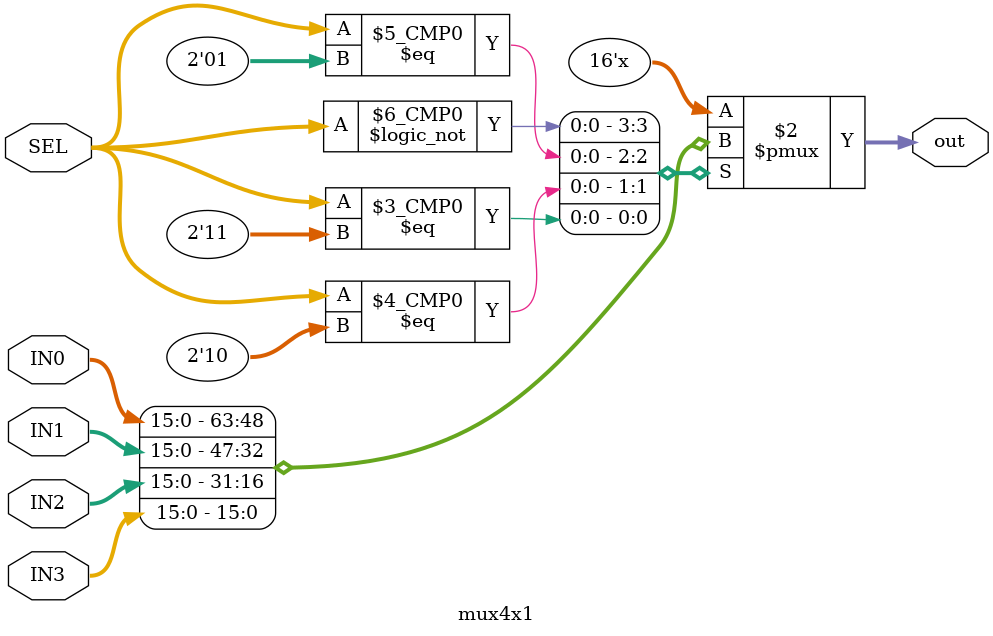
<source format=v>
module mux4x1 #(parameter WIDTH = 16)(
    input [WIDTH-1:0]IN0,IN1,IN2,IN3,
    input [1:0]SEL,
    output reg [WIDTH-1:0] out
);
always @(*) begin
    case (SEL)
        2'b00: out <= IN0;
        2'b01: out <= IN1;
        2'b10: out <= IN2;
        2'b11: out <= IN3;
    endcase
end
endmodule

</source>
